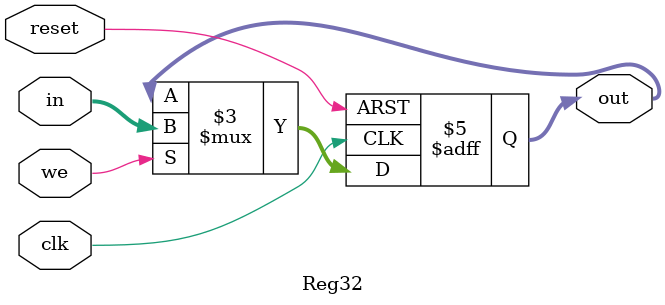
<source format=v>
`include "../macro.v"

module Reg32(clk, reset, we, in, out);
    input clk, reset, we;
    input [31:0] in;
    output reg [31:0] out;

    always @(posedge clk or posedge reset) begin
        if(reset) begin
            out = 32'b0;
        end else if(we) begin
            // $display("Reg32: %b->%b",out, in);
            out = in;
        end
    end
endmodule

</source>
